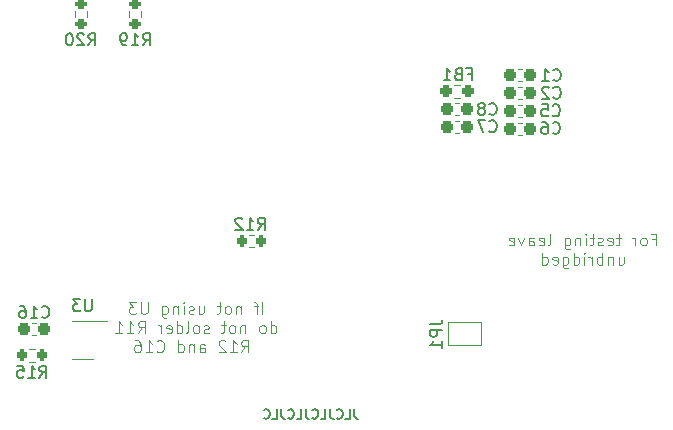
<source format=gbo>
G04 #@! TF.GenerationSoftware,KiCad,Pcbnew,(6.0.9)*
G04 #@! TF.CreationDate,2023-02-01T14:52:05+00:00*
G04 #@! TF.ProjectId,GroupProjectCustom,47726f75-7050-4726-9f6a-656374437573,rev?*
G04 #@! TF.SameCoordinates,Original*
G04 #@! TF.FileFunction,Legend,Bot*
G04 #@! TF.FilePolarity,Positive*
%FSLAX46Y46*%
G04 Gerber Fmt 4.6, Leading zero omitted, Abs format (unit mm)*
G04 Created by KiCad (PCBNEW (6.0.9)) date 2023-02-01 14:52:05*
%MOMM*%
%LPD*%
G01*
G04 APERTURE LIST*
G04 Aperture macros list*
%AMRoundRect*
0 Rectangle with rounded corners*
0 $1 Rounding radius*
0 $2 $3 $4 $5 $6 $7 $8 $9 X,Y pos of 4 corners*
0 Add a 4 corners polygon primitive as box body*
4,1,4,$2,$3,$4,$5,$6,$7,$8,$9,$2,$3,0*
0 Add four circle primitives for the rounded corners*
1,1,$1+$1,$2,$3*
1,1,$1+$1,$4,$5*
1,1,$1+$1,$6,$7*
1,1,$1+$1,$8,$9*
0 Add four rect primitives between the rounded corners*
20,1,$1+$1,$2,$3,$4,$5,0*
20,1,$1+$1,$4,$5,$6,$7,0*
20,1,$1+$1,$6,$7,$8,$9,0*
20,1,$1+$1,$8,$9,$2,$3,0*%
%AMFreePoly0*
4,1,6,1.000000,0.000000,0.500000,-0.750000,-0.500000,-0.750000,-0.500000,0.750000,0.500000,0.750000,1.000000,0.000000,1.000000,0.000000,$1*%
%AMFreePoly1*
4,1,6,0.500000,-0.750000,-0.650000,-0.750000,-0.150000,0.000000,-0.650000,0.750000,0.500000,0.750000,0.500000,-0.750000,0.500000,-0.750000,$1*%
G04 Aperture macros list end*
%ADD10C,0.125000*%
%ADD11C,0.200000*%
%ADD12C,0.150000*%
%ADD13C,0.120000*%
%ADD14RoundRect,0.200000X0.275000X-0.200000X0.275000X0.200000X-0.275000X0.200000X-0.275000X-0.200000X0*%
%ADD15R,1.700000X1.700000*%
%ADD16O,1.700000X1.700000*%
%ADD17C,0.700000*%
%ADD18C,4.400000*%
%ADD19C,1.500000*%
%ADD20RoundRect,0.237500X-0.300000X-0.237500X0.300000X-0.237500X0.300000X0.237500X-0.300000X0.237500X0*%
%ADD21R,1.560000X0.650000*%
%ADD22FreePoly0,0.000000*%
%ADD23FreePoly1,0.000000*%
%ADD24RoundRect,0.237500X-0.250000X-0.237500X0.250000X-0.237500X0.250000X0.237500X-0.250000X0.237500X0*%
%ADD25RoundRect,0.237500X0.300000X0.237500X-0.300000X0.237500X-0.300000X-0.237500X0.300000X-0.237500X0*%
%ADD26RoundRect,0.200000X-0.200000X-0.275000X0.200000X-0.275000X0.200000X0.275000X-0.200000X0.275000X0*%
G04 APERTURE END LIST*
D10*
X154160000Y-90512380D02*
X154160000Y-89512380D01*
X153826666Y-89845714D02*
X153445714Y-89845714D01*
X153683809Y-90512380D02*
X153683809Y-89655238D01*
X153636190Y-89560000D01*
X153540952Y-89512380D01*
X153445714Y-89512380D01*
X152350476Y-89845714D02*
X152350476Y-90512380D01*
X152350476Y-89940952D02*
X152302857Y-89893333D01*
X152207619Y-89845714D01*
X152064761Y-89845714D01*
X151969523Y-89893333D01*
X151921904Y-89988571D01*
X151921904Y-90512380D01*
X151302857Y-90512380D02*
X151398095Y-90464761D01*
X151445714Y-90417142D01*
X151493333Y-90321904D01*
X151493333Y-90036190D01*
X151445714Y-89940952D01*
X151398095Y-89893333D01*
X151302857Y-89845714D01*
X151160000Y-89845714D01*
X151064761Y-89893333D01*
X151017142Y-89940952D01*
X150969523Y-90036190D01*
X150969523Y-90321904D01*
X151017142Y-90417142D01*
X151064761Y-90464761D01*
X151160000Y-90512380D01*
X151302857Y-90512380D01*
X150683809Y-89845714D02*
X150302857Y-89845714D01*
X150540952Y-89512380D02*
X150540952Y-90369523D01*
X150493333Y-90464761D01*
X150398095Y-90512380D01*
X150302857Y-90512380D01*
X148779047Y-89845714D02*
X148779047Y-90512380D01*
X149207619Y-89845714D02*
X149207619Y-90369523D01*
X149160000Y-90464761D01*
X149064761Y-90512380D01*
X148921904Y-90512380D01*
X148826666Y-90464761D01*
X148779047Y-90417142D01*
X148350476Y-90464761D02*
X148255238Y-90512380D01*
X148064761Y-90512380D01*
X147969523Y-90464761D01*
X147921904Y-90369523D01*
X147921904Y-90321904D01*
X147969523Y-90226666D01*
X148064761Y-90179047D01*
X148207619Y-90179047D01*
X148302857Y-90131428D01*
X148350476Y-90036190D01*
X148350476Y-89988571D01*
X148302857Y-89893333D01*
X148207619Y-89845714D01*
X148064761Y-89845714D01*
X147969523Y-89893333D01*
X147493333Y-90512380D02*
X147493333Y-89845714D01*
X147493333Y-89512380D02*
X147540952Y-89560000D01*
X147493333Y-89607619D01*
X147445714Y-89560000D01*
X147493333Y-89512380D01*
X147493333Y-89607619D01*
X147017142Y-89845714D02*
X147017142Y-90512380D01*
X147017142Y-89940952D02*
X146969523Y-89893333D01*
X146874285Y-89845714D01*
X146731428Y-89845714D01*
X146636190Y-89893333D01*
X146588571Y-89988571D01*
X146588571Y-90512380D01*
X145683809Y-89845714D02*
X145683809Y-90655238D01*
X145731428Y-90750476D01*
X145779047Y-90798095D01*
X145874285Y-90845714D01*
X146017142Y-90845714D01*
X146112380Y-90798095D01*
X145683809Y-90464761D02*
X145779047Y-90512380D01*
X145969523Y-90512380D01*
X146064761Y-90464761D01*
X146112380Y-90417142D01*
X146160000Y-90321904D01*
X146160000Y-90036190D01*
X146112380Y-89940952D01*
X146064761Y-89893333D01*
X145969523Y-89845714D01*
X145779047Y-89845714D01*
X145683809Y-89893333D01*
X144445714Y-89512380D02*
X144445714Y-90321904D01*
X144398095Y-90417142D01*
X144350476Y-90464761D01*
X144255238Y-90512380D01*
X144064761Y-90512380D01*
X143969523Y-90464761D01*
X143921904Y-90417142D01*
X143874285Y-90321904D01*
X143874285Y-89512380D01*
X143493333Y-89512380D02*
X142874285Y-89512380D01*
X143207619Y-89893333D01*
X143064761Y-89893333D01*
X142969523Y-89940952D01*
X142921904Y-89988571D01*
X142874285Y-90083809D01*
X142874285Y-90321904D01*
X142921904Y-90417142D01*
X142969523Y-90464761D01*
X143064761Y-90512380D01*
X143350476Y-90512380D01*
X143445714Y-90464761D01*
X143493333Y-90417142D01*
X154874285Y-92122380D02*
X154874285Y-91122380D01*
X154874285Y-92074761D02*
X154969523Y-92122380D01*
X155160000Y-92122380D01*
X155255238Y-92074761D01*
X155302857Y-92027142D01*
X155350476Y-91931904D01*
X155350476Y-91646190D01*
X155302857Y-91550952D01*
X155255238Y-91503333D01*
X155160000Y-91455714D01*
X154969523Y-91455714D01*
X154874285Y-91503333D01*
X154255238Y-92122380D02*
X154350476Y-92074761D01*
X154398095Y-92027142D01*
X154445714Y-91931904D01*
X154445714Y-91646190D01*
X154398095Y-91550952D01*
X154350476Y-91503333D01*
X154255238Y-91455714D01*
X154112380Y-91455714D01*
X154017142Y-91503333D01*
X153969523Y-91550952D01*
X153921904Y-91646190D01*
X153921904Y-91931904D01*
X153969523Y-92027142D01*
X154017142Y-92074761D01*
X154112380Y-92122380D01*
X154255238Y-92122380D01*
X152731428Y-91455714D02*
X152731428Y-92122380D01*
X152731428Y-91550952D02*
X152683809Y-91503333D01*
X152588571Y-91455714D01*
X152445714Y-91455714D01*
X152350476Y-91503333D01*
X152302857Y-91598571D01*
X152302857Y-92122380D01*
X151683809Y-92122380D02*
X151779047Y-92074761D01*
X151826666Y-92027142D01*
X151874285Y-91931904D01*
X151874285Y-91646190D01*
X151826666Y-91550952D01*
X151779047Y-91503333D01*
X151683809Y-91455714D01*
X151540952Y-91455714D01*
X151445714Y-91503333D01*
X151398095Y-91550952D01*
X151350476Y-91646190D01*
X151350476Y-91931904D01*
X151398095Y-92027142D01*
X151445714Y-92074761D01*
X151540952Y-92122380D01*
X151683809Y-92122380D01*
X151064761Y-91455714D02*
X150683809Y-91455714D01*
X150921904Y-91122380D02*
X150921904Y-91979523D01*
X150874285Y-92074761D01*
X150779047Y-92122380D01*
X150683809Y-92122380D01*
X149636190Y-92074761D02*
X149540952Y-92122380D01*
X149350476Y-92122380D01*
X149255238Y-92074761D01*
X149207619Y-91979523D01*
X149207619Y-91931904D01*
X149255238Y-91836666D01*
X149350476Y-91789047D01*
X149493333Y-91789047D01*
X149588571Y-91741428D01*
X149636190Y-91646190D01*
X149636190Y-91598571D01*
X149588571Y-91503333D01*
X149493333Y-91455714D01*
X149350476Y-91455714D01*
X149255238Y-91503333D01*
X148636190Y-92122380D02*
X148731428Y-92074761D01*
X148779047Y-92027142D01*
X148826666Y-91931904D01*
X148826666Y-91646190D01*
X148779047Y-91550952D01*
X148731428Y-91503333D01*
X148636190Y-91455714D01*
X148493333Y-91455714D01*
X148398095Y-91503333D01*
X148350476Y-91550952D01*
X148302857Y-91646190D01*
X148302857Y-91931904D01*
X148350476Y-92027142D01*
X148398095Y-92074761D01*
X148493333Y-92122380D01*
X148636190Y-92122380D01*
X147731428Y-92122380D02*
X147826666Y-92074761D01*
X147874285Y-91979523D01*
X147874285Y-91122380D01*
X146921904Y-92122380D02*
X146921904Y-91122380D01*
X146921904Y-92074761D02*
X147017142Y-92122380D01*
X147207619Y-92122380D01*
X147302857Y-92074761D01*
X147350476Y-92027142D01*
X147398095Y-91931904D01*
X147398095Y-91646190D01*
X147350476Y-91550952D01*
X147302857Y-91503333D01*
X147207619Y-91455714D01*
X147017142Y-91455714D01*
X146921904Y-91503333D01*
X146064761Y-92074761D02*
X146160000Y-92122380D01*
X146350476Y-92122380D01*
X146445714Y-92074761D01*
X146493333Y-91979523D01*
X146493333Y-91598571D01*
X146445714Y-91503333D01*
X146350476Y-91455714D01*
X146160000Y-91455714D01*
X146064761Y-91503333D01*
X146017142Y-91598571D01*
X146017142Y-91693809D01*
X146493333Y-91789047D01*
X145588571Y-92122380D02*
X145588571Y-91455714D01*
X145588571Y-91646190D02*
X145540952Y-91550952D01*
X145493333Y-91503333D01*
X145398095Y-91455714D01*
X145302857Y-91455714D01*
X143636190Y-92122380D02*
X143969523Y-91646190D01*
X144207619Y-92122380D02*
X144207619Y-91122380D01*
X143826666Y-91122380D01*
X143731428Y-91170000D01*
X143683809Y-91217619D01*
X143636190Y-91312857D01*
X143636190Y-91455714D01*
X143683809Y-91550952D01*
X143731428Y-91598571D01*
X143826666Y-91646190D01*
X144207619Y-91646190D01*
X142683809Y-92122380D02*
X143255238Y-92122380D01*
X142969523Y-92122380D02*
X142969523Y-91122380D01*
X143064761Y-91265238D01*
X143160000Y-91360476D01*
X143255238Y-91408095D01*
X141731428Y-92122380D02*
X142302857Y-92122380D01*
X142017142Y-92122380D02*
X142017142Y-91122380D01*
X142112380Y-91265238D01*
X142207619Y-91360476D01*
X142302857Y-91408095D01*
X152374285Y-93732380D02*
X152707619Y-93256190D01*
X152945714Y-93732380D02*
X152945714Y-92732380D01*
X152564761Y-92732380D01*
X152469523Y-92780000D01*
X152421904Y-92827619D01*
X152374285Y-92922857D01*
X152374285Y-93065714D01*
X152421904Y-93160952D01*
X152469523Y-93208571D01*
X152564761Y-93256190D01*
X152945714Y-93256190D01*
X151421904Y-93732380D02*
X151993333Y-93732380D01*
X151707619Y-93732380D02*
X151707619Y-92732380D01*
X151802857Y-92875238D01*
X151898095Y-92970476D01*
X151993333Y-93018095D01*
X151040952Y-92827619D02*
X150993333Y-92780000D01*
X150898095Y-92732380D01*
X150660000Y-92732380D01*
X150564761Y-92780000D01*
X150517142Y-92827619D01*
X150469523Y-92922857D01*
X150469523Y-93018095D01*
X150517142Y-93160952D01*
X151088571Y-93732380D01*
X150469523Y-93732380D01*
X148850476Y-93732380D02*
X148850476Y-93208571D01*
X148898095Y-93113333D01*
X148993333Y-93065714D01*
X149183809Y-93065714D01*
X149279047Y-93113333D01*
X148850476Y-93684761D02*
X148945714Y-93732380D01*
X149183809Y-93732380D01*
X149279047Y-93684761D01*
X149326666Y-93589523D01*
X149326666Y-93494285D01*
X149279047Y-93399047D01*
X149183809Y-93351428D01*
X148945714Y-93351428D01*
X148850476Y-93303809D01*
X148374285Y-93065714D02*
X148374285Y-93732380D01*
X148374285Y-93160952D02*
X148326666Y-93113333D01*
X148231428Y-93065714D01*
X148088571Y-93065714D01*
X147993333Y-93113333D01*
X147945714Y-93208571D01*
X147945714Y-93732380D01*
X147040952Y-93732380D02*
X147040952Y-92732380D01*
X147040952Y-93684761D02*
X147136190Y-93732380D01*
X147326666Y-93732380D01*
X147421904Y-93684761D01*
X147469523Y-93637142D01*
X147517142Y-93541904D01*
X147517142Y-93256190D01*
X147469523Y-93160952D01*
X147421904Y-93113333D01*
X147326666Y-93065714D01*
X147136190Y-93065714D01*
X147040952Y-93113333D01*
X145231428Y-93637142D02*
X145279047Y-93684761D01*
X145421904Y-93732380D01*
X145517142Y-93732380D01*
X145660000Y-93684761D01*
X145755238Y-93589523D01*
X145802857Y-93494285D01*
X145850476Y-93303809D01*
X145850476Y-93160952D01*
X145802857Y-92970476D01*
X145755238Y-92875238D01*
X145660000Y-92780000D01*
X145517142Y-92732380D01*
X145421904Y-92732380D01*
X145279047Y-92780000D01*
X145231428Y-92827619D01*
X144279047Y-93732380D02*
X144850476Y-93732380D01*
X144564761Y-93732380D02*
X144564761Y-92732380D01*
X144660000Y-92875238D01*
X144755238Y-92970476D01*
X144850476Y-93018095D01*
X143421904Y-92732380D02*
X143612380Y-92732380D01*
X143707619Y-92780000D01*
X143755238Y-92827619D01*
X143850476Y-92970476D01*
X143898095Y-93160952D01*
X143898095Y-93541904D01*
X143850476Y-93637142D01*
X143802857Y-93684761D01*
X143707619Y-93732380D01*
X143517142Y-93732380D01*
X143421904Y-93684761D01*
X143374285Y-93637142D01*
X143326666Y-93541904D01*
X143326666Y-93303809D01*
X143374285Y-93208571D01*
X143421904Y-93160952D01*
X143517142Y-93113333D01*
X143707619Y-93113333D01*
X143802857Y-93160952D01*
X143850476Y-93208571D01*
X143898095Y-93303809D01*
X187180952Y-84183571D02*
X187514285Y-84183571D01*
X187514285Y-84707380D02*
X187514285Y-83707380D01*
X187038095Y-83707380D01*
X186514285Y-84707380D02*
X186609523Y-84659761D01*
X186657142Y-84612142D01*
X186704761Y-84516904D01*
X186704761Y-84231190D01*
X186657142Y-84135952D01*
X186609523Y-84088333D01*
X186514285Y-84040714D01*
X186371428Y-84040714D01*
X186276190Y-84088333D01*
X186228571Y-84135952D01*
X186180952Y-84231190D01*
X186180952Y-84516904D01*
X186228571Y-84612142D01*
X186276190Y-84659761D01*
X186371428Y-84707380D01*
X186514285Y-84707380D01*
X185752380Y-84707380D02*
X185752380Y-84040714D01*
X185752380Y-84231190D02*
X185704761Y-84135952D01*
X185657142Y-84088333D01*
X185561904Y-84040714D01*
X185466666Y-84040714D01*
X184514285Y-84040714D02*
X184133333Y-84040714D01*
X184371428Y-83707380D02*
X184371428Y-84564523D01*
X184323809Y-84659761D01*
X184228571Y-84707380D01*
X184133333Y-84707380D01*
X183419047Y-84659761D02*
X183514285Y-84707380D01*
X183704761Y-84707380D01*
X183800000Y-84659761D01*
X183847619Y-84564523D01*
X183847619Y-84183571D01*
X183800000Y-84088333D01*
X183704761Y-84040714D01*
X183514285Y-84040714D01*
X183419047Y-84088333D01*
X183371428Y-84183571D01*
X183371428Y-84278809D01*
X183847619Y-84374047D01*
X182990476Y-84659761D02*
X182895238Y-84707380D01*
X182704761Y-84707380D01*
X182609523Y-84659761D01*
X182561904Y-84564523D01*
X182561904Y-84516904D01*
X182609523Y-84421666D01*
X182704761Y-84374047D01*
X182847619Y-84374047D01*
X182942857Y-84326428D01*
X182990476Y-84231190D01*
X182990476Y-84183571D01*
X182942857Y-84088333D01*
X182847619Y-84040714D01*
X182704761Y-84040714D01*
X182609523Y-84088333D01*
X182276190Y-84040714D02*
X181895238Y-84040714D01*
X182133333Y-83707380D02*
X182133333Y-84564523D01*
X182085714Y-84659761D01*
X181990476Y-84707380D01*
X181895238Y-84707380D01*
X181561904Y-84707380D02*
X181561904Y-84040714D01*
X181561904Y-83707380D02*
X181609523Y-83755000D01*
X181561904Y-83802619D01*
X181514285Y-83755000D01*
X181561904Y-83707380D01*
X181561904Y-83802619D01*
X181085714Y-84040714D02*
X181085714Y-84707380D01*
X181085714Y-84135952D02*
X181038095Y-84088333D01*
X180942857Y-84040714D01*
X180800000Y-84040714D01*
X180704761Y-84088333D01*
X180657142Y-84183571D01*
X180657142Y-84707380D01*
X179752380Y-84040714D02*
X179752380Y-84850238D01*
X179800000Y-84945476D01*
X179847619Y-84993095D01*
X179942857Y-85040714D01*
X180085714Y-85040714D01*
X180180952Y-84993095D01*
X179752380Y-84659761D02*
X179847619Y-84707380D01*
X180038095Y-84707380D01*
X180133333Y-84659761D01*
X180180952Y-84612142D01*
X180228571Y-84516904D01*
X180228571Y-84231190D01*
X180180952Y-84135952D01*
X180133333Y-84088333D01*
X180038095Y-84040714D01*
X179847619Y-84040714D01*
X179752380Y-84088333D01*
X178371428Y-84707380D02*
X178466666Y-84659761D01*
X178514285Y-84564523D01*
X178514285Y-83707380D01*
X177609523Y-84659761D02*
X177704761Y-84707380D01*
X177895238Y-84707380D01*
X177990476Y-84659761D01*
X178038095Y-84564523D01*
X178038095Y-84183571D01*
X177990476Y-84088333D01*
X177895238Y-84040714D01*
X177704761Y-84040714D01*
X177609523Y-84088333D01*
X177561904Y-84183571D01*
X177561904Y-84278809D01*
X178038095Y-84374047D01*
X176704761Y-84707380D02*
X176704761Y-84183571D01*
X176752380Y-84088333D01*
X176847619Y-84040714D01*
X177038095Y-84040714D01*
X177133333Y-84088333D01*
X176704761Y-84659761D02*
X176800000Y-84707380D01*
X177038095Y-84707380D01*
X177133333Y-84659761D01*
X177180952Y-84564523D01*
X177180952Y-84469285D01*
X177133333Y-84374047D01*
X177038095Y-84326428D01*
X176800000Y-84326428D01*
X176704761Y-84278809D01*
X176323809Y-84040714D02*
X176085714Y-84707380D01*
X175847619Y-84040714D01*
X175085714Y-84659761D02*
X175180952Y-84707380D01*
X175371428Y-84707380D01*
X175466666Y-84659761D01*
X175514285Y-84564523D01*
X175514285Y-84183571D01*
X175466666Y-84088333D01*
X175371428Y-84040714D01*
X175180952Y-84040714D01*
X175085714Y-84088333D01*
X175038095Y-84183571D01*
X175038095Y-84278809D01*
X175514285Y-84374047D01*
X184323809Y-85650714D02*
X184323809Y-86317380D01*
X184752380Y-85650714D02*
X184752380Y-86174523D01*
X184704761Y-86269761D01*
X184609523Y-86317380D01*
X184466666Y-86317380D01*
X184371428Y-86269761D01*
X184323809Y-86222142D01*
X183847619Y-85650714D02*
X183847619Y-86317380D01*
X183847619Y-85745952D02*
X183800000Y-85698333D01*
X183704761Y-85650714D01*
X183561904Y-85650714D01*
X183466666Y-85698333D01*
X183419047Y-85793571D01*
X183419047Y-86317380D01*
X182942857Y-86317380D02*
X182942857Y-85317380D01*
X182942857Y-85698333D02*
X182847619Y-85650714D01*
X182657142Y-85650714D01*
X182561904Y-85698333D01*
X182514285Y-85745952D01*
X182466666Y-85841190D01*
X182466666Y-86126904D01*
X182514285Y-86222142D01*
X182561904Y-86269761D01*
X182657142Y-86317380D01*
X182847619Y-86317380D01*
X182942857Y-86269761D01*
X182038095Y-86317380D02*
X182038095Y-85650714D01*
X182038095Y-85841190D02*
X181990476Y-85745952D01*
X181942857Y-85698333D01*
X181847619Y-85650714D01*
X181752380Y-85650714D01*
X181419047Y-86317380D02*
X181419047Y-85650714D01*
X181419047Y-85317380D02*
X181466666Y-85365000D01*
X181419047Y-85412619D01*
X181371428Y-85365000D01*
X181419047Y-85317380D01*
X181419047Y-85412619D01*
X180514285Y-86317380D02*
X180514285Y-85317380D01*
X180514285Y-86269761D02*
X180609523Y-86317380D01*
X180800000Y-86317380D01*
X180895238Y-86269761D01*
X180942857Y-86222142D01*
X180990476Y-86126904D01*
X180990476Y-85841190D01*
X180942857Y-85745952D01*
X180895238Y-85698333D01*
X180800000Y-85650714D01*
X180609523Y-85650714D01*
X180514285Y-85698333D01*
X179609523Y-85650714D02*
X179609523Y-86460238D01*
X179657142Y-86555476D01*
X179704761Y-86603095D01*
X179800000Y-86650714D01*
X179942857Y-86650714D01*
X180038095Y-86603095D01*
X179609523Y-86269761D02*
X179704761Y-86317380D01*
X179895238Y-86317380D01*
X179990476Y-86269761D01*
X180038095Y-86222142D01*
X180085714Y-86126904D01*
X180085714Y-85841190D01*
X180038095Y-85745952D01*
X179990476Y-85698333D01*
X179895238Y-85650714D01*
X179704761Y-85650714D01*
X179609523Y-85698333D01*
X178752380Y-86269761D02*
X178847619Y-86317380D01*
X179038095Y-86317380D01*
X179133333Y-86269761D01*
X179180952Y-86174523D01*
X179180952Y-85793571D01*
X179133333Y-85698333D01*
X179038095Y-85650714D01*
X178847619Y-85650714D01*
X178752380Y-85698333D01*
X178704761Y-85793571D01*
X178704761Y-85888809D01*
X179180952Y-85984047D01*
X177847619Y-86317380D02*
X177847619Y-85317380D01*
X177847619Y-86269761D02*
X177942857Y-86317380D01*
X178133333Y-86317380D01*
X178228571Y-86269761D01*
X178276190Y-86222142D01*
X178323809Y-86126904D01*
X178323809Y-85841190D01*
X178276190Y-85745952D01*
X178228571Y-85698333D01*
X178133333Y-85650714D01*
X177942857Y-85650714D01*
X177847619Y-85698333D01*
D11*
X161945238Y-98561904D02*
X161945238Y-99133333D01*
X161983333Y-99247619D01*
X162059523Y-99323809D01*
X162173809Y-99361904D01*
X162250000Y-99361904D01*
X161183333Y-99361904D02*
X161564285Y-99361904D01*
X161564285Y-98561904D01*
X160459523Y-99285714D02*
X160497619Y-99323809D01*
X160611904Y-99361904D01*
X160688095Y-99361904D01*
X160802380Y-99323809D01*
X160878571Y-99247619D01*
X160916666Y-99171428D01*
X160954761Y-99019047D01*
X160954761Y-98904761D01*
X160916666Y-98752380D01*
X160878571Y-98676190D01*
X160802380Y-98600000D01*
X160688095Y-98561904D01*
X160611904Y-98561904D01*
X160497619Y-98600000D01*
X160459523Y-98638095D01*
X159888095Y-98561904D02*
X159888095Y-99133333D01*
X159926190Y-99247619D01*
X160002380Y-99323809D01*
X160116666Y-99361904D01*
X160192857Y-99361904D01*
X159126190Y-99361904D02*
X159507142Y-99361904D01*
X159507142Y-98561904D01*
X158402380Y-99285714D02*
X158440476Y-99323809D01*
X158554761Y-99361904D01*
X158630952Y-99361904D01*
X158745238Y-99323809D01*
X158821428Y-99247619D01*
X158859523Y-99171428D01*
X158897619Y-99019047D01*
X158897619Y-98904761D01*
X158859523Y-98752380D01*
X158821428Y-98676190D01*
X158745238Y-98600000D01*
X158630952Y-98561904D01*
X158554761Y-98561904D01*
X158440476Y-98600000D01*
X158402380Y-98638095D01*
X157830952Y-98561904D02*
X157830952Y-99133333D01*
X157869047Y-99247619D01*
X157945238Y-99323809D01*
X158059523Y-99361904D01*
X158135714Y-99361904D01*
X157069047Y-99361904D02*
X157450000Y-99361904D01*
X157450000Y-98561904D01*
X156345238Y-99285714D02*
X156383333Y-99323809D01*
X156497619Y-99361904D01*
X156573809Y-99361904D01*
X156688095Y-99323809D01*
X156764285Y-99247619D01*
X156802380Y-99171428D01*
X156840476Y-99019047D01*
X156840476Y-98904761D01*
X156802380Y-98752380D01*
X156764285Y-98676190D01*
X156688095Y-98600000D01*
X156573809Y-98561904D01*
X156497619Y-98561904D01*
X156383333Y-98600000D01*
X156345238Y-98638095D01*
X155773809Y-98561904D02*
X155773809Y-99133333D01*
X155811904Y-99247619D01*
X155888095Y-99323809D01*
X156002380Y-99361904D01*
X156078571Y-99361904D01*
X155011904Y-99361904D02*
X155392857Y-99361904D01*
X155392857Y-98561904D01*
X154288095Y-99285714D02*
X154326190Y-99323809D01*
X154440476Y-99361904D01*
X154516666Y-99361904D01*
X154630952Y-99323809D01*
X154707142Y-99247619D01*
X154745238Y-99171428D01*
X154783333Y-99019047D01*
X154783333Y-98904761D01*
X154745238Y-98752380D01*
X154707142Y-98676190D01*
X154630952Y-98600000D01*
X154516666Y-98561904D01*
X154440476Y-98561904D01*
X154326190Y-98600000D01*
X154288095Y-98638095D01*
D12*
X139442857Y-67752380D02*
X139776190Y-67276190D01*
X140014285Y-67752380D02*
X140014285Y-66752380D01*
X139633333Y-66752380D01*
X139538095Y-66800000D01*
X139490476Y-66847619D01*
X139442857Y-66942857D01*
X139442857Y-67085714D01*
X139490476Y-67180952D01*
X139538095Y-67228571D01*
X139633333Y-67276190D01*
X140014285Y-67276190D01*
X139061904Y-66847619D02*
X139014285Y-66800000D01*
X138919047Y-66752380D01*
X138680952Y-66752380D01*
X138585714Y-66800000D01*
X138538095Y-66847619D01*
X138490476Y-66942857D01*
X138490476Y-67038095D01*
X138538095Y-67180952D01*
X139109523Y-67752380D01*
X138490476Y-67752380D01*
X137871428Y-66752380D02*
X137776190Y-66752380D01*
X137680952Y-66800000D01*
X137633333Y-66847619D01*
X137585714Y-66942857D01*
X137538095Y-67133333D01*
X137538095Y-67371428D01*
X137585714Y-67561904D01*
X137633333Y-67657142D01*
X137680952Y-67704761D01*
X137776190Y-67752380D01*
X137871428Y-67752380D01*
X137966666Y-67704761D01*
X138014285Y-67657142D01*
X138061904Y-67561904D01*
X138109523Y-67371428D01*
X138109523Y-67133333D01*
X138061904Y-66942857D01*
X138014285Y-66847619D01*
X137966666Y-66800000D01*
X137871428Y-66752380D01*
X144042857Y-67752380D02*
X144376190Y-67276190D01*
X144614285Y-67752380D02*
X144614285Y-66752380D01*
X144233333Y-66752380D01*
X144138095Y-66800000D01*
X144090476Y-66847619D01*
X144042857Y-66942857D01*
X144042857Y-67085714D01*
X144090476Y-67180952D01*
X144138095Y-67228571D01*
X144233333Y-67276190D01*
X144614285Y-67276190D01*
X143090476Y-67752380D02*
X143661904Y-67752380D01*
X143376190Y-67752380D02*
X143376190Y-66752380D01*
X143471428Y-66895238D01*
X143566666Y-66990476D01*
X143661904Y-67038095D01*
X142614285Y-67752380D02*
X142423809Y-67752380D01*
X142328571Y-67704761D01*
X142280952Y-67657142D01*
X142185714Y-67514285D01*
X142138095Y-67323809D01*
X142138095Y-66942857D01*
X142185714Y-66847619D01*
X142233333Y-66800000D01*
X142328571Y-66752380D01*
X142519047Y-66752380D01*
X142614285Y-66800000D01*
X142661904Y-66847619D01*
X142709523Y-66942857D01*
X142709523Y-67180952D01*
X142661904Y-67276190D01*
X142614285Y-67323809D01*
X142519047Y-67371428D01*
X142328571Y-67371428D01*
X142233333Y-67323809D01*
X142185714Y-67276190D01*
X142138095Y-67180952D01*
X173394166Y-75017142D02*
X173441785Y-75064761D01*
X173584642Y-75112380D01*
X173679880Y-75112380D01*
X173822738Y-75064761D01*
X173917976Y-74969523D01*
X173965595Y-74874285D01*
X174013214Y-74683809D01*
X174013214Y-74540952D01*
X173965595Y-74350476D01*
X173917976Y-74255238D01*
X173822738Y-74160000D01*
X173679880Y-74112380D01*
X173584642Y-74112380D01*
X173441785Y-74160000D01*
X173394166Y-74207619D01*
X173060833Y-74112380D02*
X172394166Y-74112380D01*
X172822738Y-75112380D01*
X173394166Y-73567142D02*
X173441785Y-73614761D01*
X173584642Y-73662380D01*
X173679880Y-73662380D01*
X173822738Y-73614761D01*
X173917976Y-73519523D01*
X173965595Y-73424285D01*
X174013214Y-73233809D01*
X174013214Y-73090952D01*
X173965595Y-72900476D01*
X173917976Y-72805238D01*
X173822738Y-72710000D01*
X173679880Y-72662380D01*
X173584642Y-72662380D01*
X173441785Y-72710000D01*
X173394166Y-72757619D01*
X172822738Y-73090952D02*
X172917976Y-73043333D01*
X172965595Y-72995714D01*
X173013214Y-72900476D01*
X173013214Y-72852857D01*
X172965595Y-72757619D01*
X172917976Y-72710000D01*
X172822738Y-72662380D01*
X172632261Y-72662380D01*
X172537023Y-72710000D01*
X172489404Y-72757619D01*
X172441785Y-72852857D01*
X172441785Y-72900476D01*
X172489404Y-72995714D01*
X172537023Y-73043333D01*
X172632261Y-73090952D01*
X172822738Y-73090952D01*
X172917976Y-73138571D01*
X172965595Y-73186190D01*
X173013214Y-73281428D01*
X173013214Y-73471904D01*
X172965595Y-73567142D01*
X172917976Y-73614761D01*
X172822738Y-73662380D01*
X172632261Y-73662380D01*
X172537023Y-73614761D01*
X172489404Y-73567142D01*
X172441785Y-73471904D01*
X172441785Y-73281428D01*
X172489404Y-73186190D01*
X172537023Y-73138571D01*
X172632261Y-73090952D01*
X178744166Y-73667142D02*
X178791785Y-73714761D01*
X178934642Y-73762380D01*
X179029880Y-73762380D01*
X179172738Y-73714761D01*
X179267976Y-73619523D01*
X179315595Y-73524285D01*
X179363214Y-73333809D01*
X179363214Y-73190952D01*
X179315595Y-73000476D01*
X179267976Y-72905238D01*
X179172738Y-72810000D01*
X179029880Y-72762380D01*
X178934642Y-72762380D01*
X178791785Y-72810000D01*
X178744166Y-72857619D01*
X177839404Y-72762380D02*
X178315595Y-72762380D01*
X178363214Y-73238571D01*
X178315595Y-73190952D01*
X178220357Y-73143333D01*
X177982261Y-73143333D01*
X177887023Y-73190952D01*
X177839404Y-73238571D01*
X177791785Y-73333809D01*
X177791785Y-73571904D01*
X177839404Y-73667142D01*
X177887023Y-73714761D01*
X177982261Y-73762380D01*
X178220357Y-73762380D01*
X178315595Y-73714761D01*
X178363214Y-73667142D01*
X139711904Y-89262380D02*
X139711904Y-90071904D01*
X139664285Y-90167142D01*
X139616666Y-90214761D01*
X139521428Y-90262380D01*
X139330952Y-90262380D01*
X139235714Y-90214761D01*
X139188095Y-90167142D01*
X139140476Y-90071904D01*
X139140476Y-89262380D01*
X138759523Y-89262380D02*
X138140476Y-89262380D01*
X138473809Y-89643333D01*
X138330952Y-89643333D01*
X138235714Y-89690952D01*
X138188095Y-89738571D01*
X138140476Y-89833809D01*
X138140476Y-90071904D01*
X138188095Y-90167142D01*
X138235714Y-90214761D01*
X138330952Y-90262380D01*
X138616666Y-90262380D01*
X138711904Y-90214761D01*
X138759523Y-90167142D01*
X168392380Y-91396666D02*
X169106666Y-91396666D01*
X169249523Y-91349047D01*
X169344761Y-91253809D01*
X169392380Y-91110952D01*
X169392380Y-91015714D01*
X169392380Y-91872857D02*
X168392380Y-91872857D01*
X168392380Y-92253809D01*
X168440000Y-92349047D01*
X168487619Y-92396666D01*
X168582857Y-92444285D01*
X168725714Y-92444285D01*
X168820952Y-92396666D01*
X168868571Y-92349047D01*
X168916190Y-92253809D01*
X168916190Y-91872857D01*
X169392380Y-93396666D02*
X169392380Y-92825238D01*
X169392380Y-93110952D02*
X168392380Y-93110952D01*
X168535238Y-93015714D01*
X168630476Y-92920476D01*
X168678095Y-92825238D01*
X171573333Y-70188571D02*
X171906666Y-70188571D01*
X171906666Y-70712380D02*
X171906666Y-69712380D01*
X171430476Y-69712380D01*
X170716190Y-70188571D02*
X170573333Y-70236190D01*
X170525714Y-70283809D01*
X170478095Y-70379047D01*
X170478095Y-70521904D01*
X170525714Y-70617142D01*
X170573333Y-70664761D01*
X170668571Y-70712380D01*
X171049523Y-70712380D01*
X171049523Y-69712380D01*
X170716190Y-69712380D01*
X170620952Y-69760000D01*
X170573333Y-69807619D01*
X170525714Y-69902857D01*
X170525714Y-69998095D01*
X170573333Y-70093333D01*
X170620952Y-70140952D01*
X170716190Y-70188571D01*
X171049523Y-70188571D01*
X169525714Y-70712380D02*
X170097142Y-70712380D01*
X169811428Y-70712380D02*
X169811428Y-69712380D01*
X169906666Y-69855238D01*
X170001904Y-69950476D01*
X170097142Y-69998095D01*
X135492857Y-90737142D02*
X135540476Y-90784761D01*
X135683333Y-90832380D01*
X135778571Y-90832380D01*
X135921428Y-90784761D01*
X136016666Y-90689523D01*
X136064285Y-90594285D01*
X136111904Y-90403809D01*
X136111904Y-90260952D01*
X136064285Y-90070476D01*
X136016666Y-89975238D01*
X135921428Y-89880000D01*
X135778571Y-89832380D01*
X135683333Y-89832380D01*
X135540476Y-89880000D01*
X135492857Y-89927619D01*
X134540476Y-90832380D02*
X135111904Y-90832380D01*
X134826190Y-90832380D02*
X134826190Y-89832380D01*
X134921428Y-89975238D01*
X135016666Y-90070476D01*
X135111904Y-90118095D01*
X133683333Y-89832380D02*
X133873809Y-89832380D01*
X133969047Y-89880000D01*
X134016666Y-89927619D01*
X134111904Y-90070476D01*
X134159523Y-90260952D01*
X134159523Y-90641904D01*
X134111904Y-90737142D01*
X134064285Y-90784761D01*
X133969047Y-90832380D01*
X133778571Y-90832380D01*
X133683333Y-90784761D01*
X133635714Y-90737142D01*
X133588095Y-90641904D01*
X133588095Y-90403809D01*
X133635714Y-90308571D01*
X133683333Y-90260952D01*
X133778571Y-90213333D01*
X133969047Y-90213333D01*
X134064285Y-90260952D01*
X134111904Y-90308571D01*
X134159523Y-90403809D01*
X153792857Y-83362380D02*
X154126190Y-82886190D01*
X154364285Y-83362380D02*
X154364285Y-82362380D01*
X153983333Y-82362380D01*
X153888095Y-82410000D01*
X153840476Y-82457619D01*
X153792857Y-82552857D01*
X153792857Y-82695714D01*
X153840476Y-82790952D01*
X153888095Y-82838571D01*
X153983333Y-82886190D01*
X154364285Y-82886190D01*
X152840476Y-83362380D02*
X153411904Y-83362380D01*
X153126190Y-83362380D02*
X153126190Y-82362380D01*
X153221428Y-82505238D01*
X153316666Y-82600476D01*
X153411904Y-82648095D01*
X152459523Y-82457619D02*
X152411904Y-82410000D01*
X152316666Y-82362380D01*
X152078571Y-82362380D01*
X151983333Y-82410000D01*
X151935714Y-82457619D01*
X151888095Y-82552857D01*
X151888095Y-82648095D01*
X151935714Y-82790952D01*
X152507142Y-83362380D01*
X151888095Y-83362380D01*
X135292857Y-95892380D02*
X135626190Y-95416190D01*
X135864285Y-95892380D02*
X135864285Y-94892380D01*
X135483333Y-94892380D01*
X135388095Y-94940000D01*
X135340476Y-94987619D01*
X135292857Y-95082857D01*
X135292857Y-95225714D01*
X135340476Y-95320952D01*
X135388095Y-95368571D01*
X135483333Y-95416190D01*
X135864285Y-95416190D01*
X134340476Y-95892380D02*
X134911904Y-95892380D01*
X134626190Y-95892380D02*
X134626190Y-94892380D01*
X134721428Y-95035238D01*
X134816666Y-95130476D01*
X134911904Y-95178095D01*
X133435714Y-94892380D02*
X133911904Y-94892380D01*
X133959523Y-95368571D01*
X133911904Y-95320952D01*
X133816666Y-95273333D01*
X133578571Y-95273333D01*
X133483333Y-95320952D01*
X133435714Y-95368571D01*
X133388095Y-95463809D01*
X133388095Y-95701904D01*
X133435714Y-95797142D01*
X133483333Y-95844761D01*
X133578571Y-95892380D01*
X133816666Y-95892380D01*
X133911904Y-95844761D01*
X133959523Y-95797142D01*
X178744166Y-75167142D02*
X178791785Y-75214761D01*
X178934642Y-75262380D01*
X179029880Y-75262380D01*
X179172738Y-75214761D01*
X179267976Y-75119523D01*
X179315595Y-75024285D01*
X179363214Y-74833809D01*
X179363214Y-74690952D01*
X179315595Y-74500476D01*
X179267976Y-74405238D01*
X179172738Y-74310000D01*
X179029880Y-74262380D01*
X178934642Y-74262380D01*
X178791785Y-74310000D01*
X178744166Y-74357619D01*
X177887023Y-74262380D02*
X178077500Y-74262380D01*
X178172738Y-74310000D01*
X178220357Y-74357619D01*
X178315595Y-74500476D01*
X178363214Y-74690952D01*
X178363214Y-75071904D01*
X178315595Y-75167142D01*
X178267976Y-75214761D01*
X178172738Y-75262380D01*
X177982261Y-75262380D01*
X177887023Y-75214761D01*
X177839404Y-75167142D01*
X177791785Y-75071904D01*
X177791785Y-74833809D01*
X177839404Y-74738571D01*
X177887023Y-74690952D01*
X177982261Y-74643333D01*
X178172738Y-74643333D01*
X178267976Y-74690952D01*
X178315595Y-74738571D01*
X178363214Y-74833809D01*
X178806666Y-72167142D02*
X178854285Y-72214761D01*
X178997142Y-72262380D01*
X179092380Y-72262380D01*
X179235238Y-72214761D01*
X179330476Y-72119523D01*
X179378095Y-72024285D01*
X179425714Y-71833809D01*
X179425714Y-71690952D01*
X179378095Y-71500476D01*
X179330476Y-71405238D01*
X179235238Y-71310000D01*
X179092380Y-71262380D01*
X178997142Y-71262380D01*
X178854285Y-71310000D01*
X178806666Y-71357619D01*
X178425714Y-71357619D02*
X178378095Y-71310000D01*
X178282857Y-71262380D01*
X178044761Y-71262380D01*
X177949523Y-71310000D01*
X177901904Y-71357619D01*
X177854285Y-71452857D01*
X177854285Y-71548095D01*
X177901904Y-71690952D01*
X178473333Y-72262380D01*
X177854285Y-72262380D01*
X178806666Y-70667142D02*
X178854285Y-70714761D01*
X178997142Y-70762380D01*
X179092380Y-70762380D01*
X179235238Y-70714761D01*
X179330476Y-70619523D01*
X179378095Y-70524285D01*
X179425714Y-70333809D01*
X179425714Y-70190952D01*
X179378095Y-70000476D01*
X179330476Y-69905238D01*
X179235238Y-69810000D01*
X179092380Y-69762380D01*
X178997142Y-69762380D01*
X178854285Y-69810000D01*
X178806666Y-69857619D01*
X177854285Y-70762380D02*
X178425714Y-70762380D01*
X178140000Y-70762380D02*
X178140000Y-69762380D01*
X178235238Y-69905238D01*
X178330476Y-70000476D01*
X178425714Y-70048095D01*
D13*
X138277500Y-65337258D02*
X138277500Y-64862742D01*
X139322500Y-65337258D02*
X139322500Y-64862742D01*
X142877500Y-65337258D02*
X142877500Y-64862742D01*
X143922500Y-65337258D02*
X143922500Y-64862742D01*
X170493733Y-75170000D02*
X170786267Y-75170000D01*
X170493733Y-74150000D02*
X170786267Y-74150000D01*
X170493733Y-72650000D02*
X170786267Y-72650000D01*
X170493733Y-73670000D02*
X170786267Y-73670000D01*
X175831233Y-72800000D02*
X176123767Y-72800000D01*
X175831233Y-73820000D02*
X176123767Y-73820000D01*
X138050000Y-91100000D02*
X141000000Y-91100000D01*
X139850000Y-94320000D02*
X138050000Y-94320000D01*
X172680000Y-91160000D02*
X169880000Y-91160000D01*
X169880000Y-91160000D02*
X169880000Y-93160000D01*
X169880000Y-93160000D02*
X172680000Y-93160000D01*
X172680000Y-93160000D02*
X172680000Y-91160000D01*
X170385276Y-72182500D02*
X170894724Y-72182500D01*
X170385276Y-71137500D02*
X170894724Y-71137500D01*
X134996267Y-92320000D02*
X134703733Y-92320000D01*
X134996267Y-91300000D02*
X134703733Y-91300000D01*
X153012742Y-83787500D02*
X153487258Y-83787500D01*
X153012742Y-84832500D02*
X153487258Y-84832500D01*
X134412742Y-93487500D02*
X134887258Y-93487500D01*
X134412742Y-94532500D02*
X134887258Y-94532500D01*
X175831233Y-74300000D02*
X176123767Y-74300000D01*
X175831233Y-75320000D02*
X176123767Y-75320000D01*
X175843733Y-72320000D02*
X176136267Y-72320000D01*
X175843733Y-71300000D02*
X176136267Y-71300000D01*
X175843733Y-69800000D02*
X176136267Y-69800000D01*
X175843733Y-70820000D02*
X176136267Y-70820000D01*
%LPC*%
D14*
X138800000Y-65925000D03*
X138800000Y-64275000D03*
X143400000Y-65925000D03*
X143400000Y-64275000D03*
D15*
X164230000Y-95610000D03*
D16*
X161690000Y-95610000D03*
X159150000Y-95610000D03*
X156610000Y-95610000D03*
X154070000Y-95610000D03*
X151530000Y-95610000D03*
D15*
X127820000Y-54195000D03*
D16*
X127820000Y-56735000D03*
X127820000Y-59275000D03*
D15*
X141080000Y-54210000D03*
D16*
X141080000Y-56750000D03*
X141080000Y-59290000D03*
X141080000Y-61830000D03*
D15*
X131700000Y-54210000D03*
D16*
X131700000Y-56750000D03*
X131700000Y-59290000D03*
X131700000Y-61830000D03*
X131700000Y-64370000D03*
X131700000Y-66910000D03*
D15*
X170025000Y-95540000D03*
D16*
X172565000Y-95540000D03*
D15*
X160050000Y-54210000D03*
D16*
X160050000Y-56750000D03*
X160050000Y-59290000D03*
X160050000Y-61830000D03*
X160050000Y-64370000D03*
D17*
X187950000Y-47610000D03*
X191250000Y-47610000D03*
D18*
X189600000Y-47610000D03*
D17*
X189600000Y-45960000D03*
X188433274Y-48776726D03*
X190766726Y-48776726D03*
X190766726Y-46443274D03*
X189600000Y-49260000D03*
X188433274Y-46443274D03*
D19*
X142670000Y-73960000D03*
X142670000Y-69080000D03*
D15*
X123970000Y-54175000D03*
D16*
X123970000Y-56715000D03*
X123970000Y-59255000D03*
D15*
X136430000Y-54210000D03*
D16*
X136430000Y-56750000D03*
X136430000Y-59290000D03*
X136430000Y-61830000D03*
D17*
X189600000Y-101960000D03*
X188433274Y-104776726D03*
X189600000Y-105260000D03*
X191250000Y-103610000D03*
X188433274Y-102443274D03*
X187950000Y-103610000D03*
X190766726Y-102443274D03*
X190766726Y-104776726D03*
D18*
X189600000Y-103610000D03*
D17*
X124433274Y-46443274D03*
D18*
X125600000Y-47610000D03*
D17*
X126766726Y-46443274D03*
X125600000Y-45960000D03*
X126766726Y-48776726D03*
X125600000Y-49260000D03*
X123950000Y-47610000D03*
X127250000Y-47610000D03*
X124433274Y-48776726D03*
D15*
X165250000Y-54210000D03*
D16*
X165250000Y-56750000D03*
X165250000Y-59290000D03*
D17*
X123950000Y-103610000D03*
X127250000Y-103610000D03*
D18*
X125600000Y-103610000D03*
D17*
X124433274Y-102443274D03*
X125600000Y-105260000D03*
X126766726Y-102443274D03*
X126766726Y-104776726D03*
X125600000Y-101960000D03*
X124433274Y-104776726D03*
D15*
X190800000Y-67135000D03*
D16*
X190800000Y-64595000D03*
X190800000Y-62055000D03*
D15*
X154900000Y-54210000D03*
D16*
X154900000Y-56750000D03*
X154900000Y-59290000D03*
X154900000Y-61830000D03*
X154900000Y-64370000D03*
D15*
X150380000Y-54210000D03*
D16*
X150380000Y-56750000D03*
X150380000Y-59290000D03*
X150380000Y-61830000D03*
D15*
X145730000Y-54210000D03*
D16*
X145730000Y-56750000D03*
X145730000Y-59290000D03*
X145730000Y-61830000D03*
D20*
X169777500Y-74660000D03*
X171502500Y-74660000D03*
X169777500Y-73160000D03*
X171502500Y-73160000D03*
X175115000Y-73310000D03*
X176840000Y-73310000D03*
D21*
X140300000Y-91760000D03*
X140300000Y-92710000D03*
X140300000Y-93660000D03*
X137600000Y-93660000D03*
X137600000Y-92710000D03*
X137600000Y-91760000D03*
D22*
X170555000Y-92160000D03*
D23*
X172005000Y-92160000D03*
D24*
X169727500Y-71660000D03*
X171552500Y-71660000D03*
D25*
X135712500Y-91810000D03*
X133987500Y-91810000D03*
D26*
X152425000Y-84310000D03*
X154075000Y-84310000D03*
X133825000Y-94010000D03*
X135475000Y-94010000D03*
D20*
X175115000Y-74810000D03*
X176840000Y-74810000D03*
X175127500Y-71810000D03*
X176852500Y-71810000D03*
X175127500Y-70310000D03*
X176852500Y-70310000D03*
M02*

</source>
